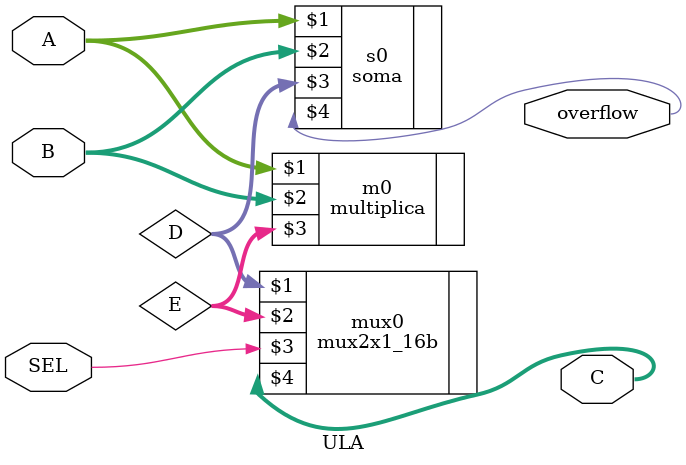
<source format=v>
`include "soma.v"
`include "multiplica.v"

module ULA( 
            
    input [15:0] A,B,
    input [0:0] SEL,
    output [15:0] C,
    output [0:0] overflow

);

    wire [15:0] D,E;
    wire [0:0] F,G;
    soma s0(A,B,D,overflow);
    multiplica m0(A,B,E);
    mux2x1_16b mux0(D,E,SEL,C);

endmodule

</source>
